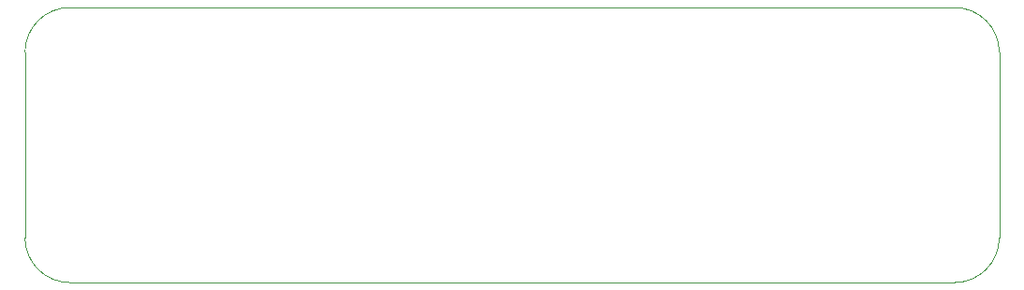
<source format=gbr>
%TF.GenerationSoftware,KiCad,Pcbnew,(6.0.9)*%
%TF.CreationDate,2023-08-23T16:46:46+02:00*%
%TF.ProjectId,p2000t-slot1-adapter-board,70323030-3074-42d7-936c-6f74312d6164,rev?*%
%TF.SameCoordinates,Original*%
%TF.FileFunction,Profile,NP*%
%FSLAX46Y46*%
G04 Gerber Fmt 4.6, Leading zero omitted, Abs format (unit mm)*
G04 Created by KiCad (PCBNEW (6.0.9)) date 2023-08-23 16:46:46*
%MOMM*%
%LPD*%
G01*
G04 APERTURE LIST*
%TA.AperFunction,Profile*%
%ADD10C,0.100000*%
%TD*%
G04 APERTURE END LIST*
D10*
X15413000Y-38588000D02*
X15413000Y-21824000D01*
X103551000Y-38588000D02*
X103551000Y-21824000D01*
X19477000Y-42652000D02*
X99487000Y-42652000D01*
X19477000Y-17760000D02*
X99487000Y-17760000D01*
X19477000Y-17760000D02*
G75*
G03*
X15413000Y-21824000I-2J-4063998D01*
G01*
X99487000Y-42652000D02*
G75*
G03*
X103551000Y-38588000I4J4063996D01*
G01*
X103551000Y-21824000D02*
G75*
G03*
X99487000Y-17760000I-4063996J4D01*
G01*
X15413000Y-38588000D02*
G75*
G03*
X19477000Y-42652000I4063996J-4D01*
G01*
M02*

</source>
